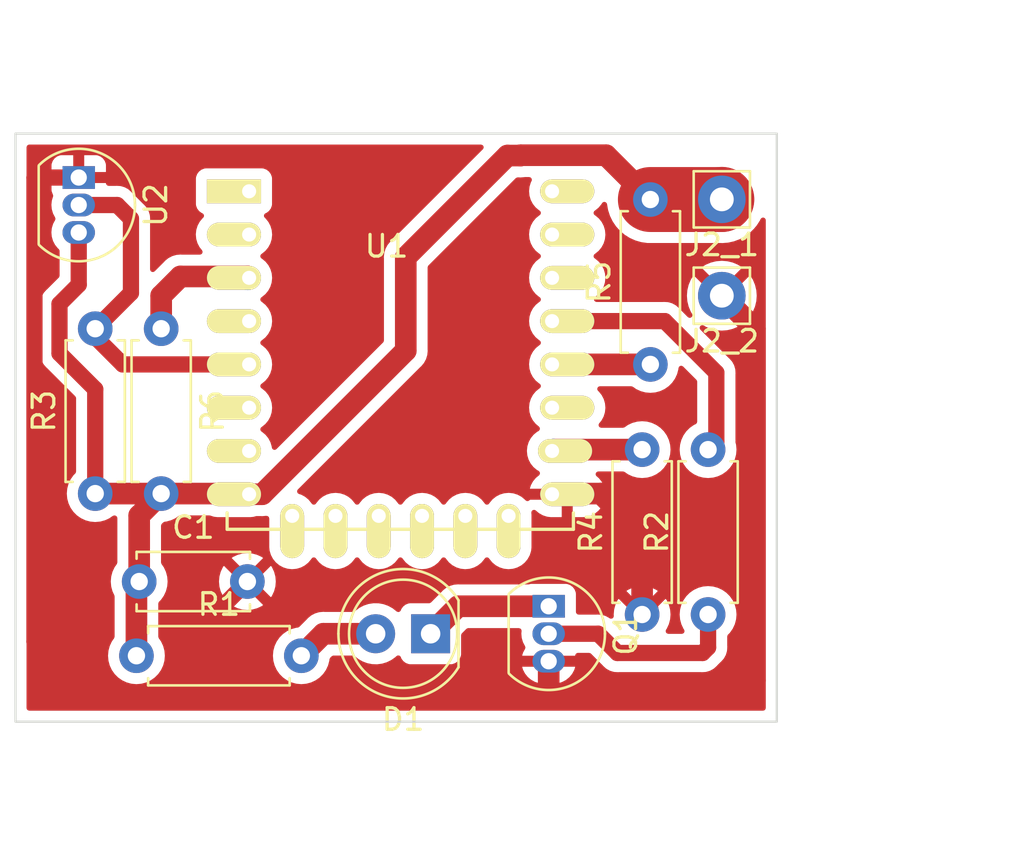
<source format=kicad_pcb>
(kicad_pcb (version 20211014) (generator pcbnew)
  (layers (0 "F.Cu" signal) (31 "B.Cu" signal) (34 "B.Paste" user) (35 "F.Paste" user) (36 "B.SilkS" user "B.Silkscreen") (37 "F.SilkS" user "F.Silkscreen") (38 "B.Mask" user) (39 "F.Mask" user) (44 "Edge.Cuts" user))
  (net 0 "")
  (net 1 "GNDREF")
  (net 2 "Net-(D1-Pad1)")
  (net 3 "Net-(D1-Pad2)")
  (net 4 "Net-(Q1-Pad2)")
  (net 5 "Net-(R2-Pad2)")
  (net 6 "Net-(R3-Pad2)")
  (net 15 "+3.3V")
  (net 16 "Net-(R4-Pad2)")
  (net 17 "Net-(R5-Pad1)")
  (net 18 "Net-(R6-Pad1)")
  (footprint "Resistor_THT:R_Axial_DIN0207_L6.3mm_D2.5mm_P7.62mm_Horizontal" (layer "F.Cu") (at 51.2318 36.132 90)
    (fp_text reference "R5" (at 3.81 -2.37 90) (layer "F.SilkS"))
    (fp_text value "10k")
    (fp_line (start 7.08 -1.37) (end 7.08 -1.04) (layer "F.SilkS") (width 0.12))
    (fp_line (start 0.54 1.37) (end 7.08 1.37) (layer "F.SilkS") (width 0.12))
    (fp_line (start 0.54 -1.37) (end 7.08 -1.37) (layer "F.SilkS") (width 0.12))
    (fp_line (start 0.54 1.04) (end 0.54 1.37) (layer "F.SilkS") (width 0.12))
    (fp_line (start 0.54 -1.04) (end 0.54 -1.37) (layer "F.SilkS") (width 0.12))
    (fp_line (start 7.08 1.37) (end 7.08 1.04) (layer "F.SilkS") (width 0.12))
    (pad "1" thru_hole circle (at 0 0 90) (size 1.6 1.6) (drill 0.8) (layers *.Cu *.Mask) (net 17 "Net-(R5-Pad1)"))
    (pad "2" thru_hole oval (at 7.62 0 90) (size 1.6 1.6) (drill 0.8) (layers *.Cu *.Mask) (net 15 "+3.3V"))
  )
  (footprint "Resistor_THT:R_Axial_DIN0207_L6.3mm_D2.5mm_P7.62mm_Horizontal" (layer "F.Cu") (at 28.6258 34.481 -90)
    (fp_text reference "R6" (at 3.81 -2.37 90) (layer "F.SilkS"))
    (fp_text value "10k")
    (fp_line (start 7.08 1.37) (end 7.08 1.04) (layer "F.SilkS") (width 0.12))
    (fp_line (start 0.54 1.04) (end 0.54 1.37) (layer "F.SilkS") (width 0.12))
    (fp_line (start 0.54 -1.04) (end 0.54 -1.37) (layer "F.SilkS") (width 0.12))
    (fp_line (start 7.08 -1.37) (end 7.08 -1.04) (layer "F.SilkS") (width 0.12))
    (fp_line (start 0.54 -1.37) (end 7.08 -1.37) (layer "F.SilkS") (width 0.12))
    (fp_line (start 0.54 1.37) (end 7.08 1.37) (layer "F.SilkS") (width 0.12))
    (pad "1" thru_hole circle (at 0 0 270) (size 1.6 1.6) (drill 0.8) (layers *.Cu *.Mask) (net 18 "Net-(R6-Pad1)"))
    (pad "2" thru_hole oval (at 7.62 0 270) (size 1.6 1.6) (drill 0.8) (layers *.Cu *.Mask) (net 15 "+3.3V"))
  )
  (footprint "Package_TO_SOT_THT:TO-92_Inline" (layer "F.Cu") (at 46.5328 47.308 -90)
    (fp_text reference "Q1" (at 1.27 -3.56 90) (layer "F.SilkS"))
    (fp_text value "BC548")
    (fp_line (start -0.53 1.85) (end 3.07 1.85) (layer "F.SilkS") (width 0.12))
    (fp_arc (start -0.568478 1.838478) (mid -1.132087 -0.994977) (end 1.27 -2.6) (layer "F.SilkS") (width 0.12))
    (fp_arc (start 1.27 -2.6) (mid 3.672087 -0.994977) (end 3.108478 1.838478) (layer "F.SilkS") (width 0.12))
    (pad "1" thru_hole rect (at 0 0 270) (size 1.05 1.5) (drill 0.75) (layers *.Cu *.Mask) (net 2 "Net-(D1-Pad1)"))
    (pad "2" thru_hole oval (at 1.27 0 270) (size 1.05 1.5) (drill 0.75) (layers *.Cu *.Mask) (net 4 "Net-(Q1-Pad2)"))
    (pad "3" thru_hole oval (at 2.54 0 270) (size 1.05 1.5) (drill 0.75) (layers *.Cu *.Mask) (net 1 "GNDREF"))
  )
  (footprint "Resistor_THT:R_Axial_DIN0207_L6.3mm_D2.5mm_P7.62mm_Horizontal" (layer "F.Cu") (at 27.4828 49.594)
    (fp_text reference "R1" (at 3.81 -2.37) (layer "F.SilkS"))
    (fp_text value "330")
    (fp_line (start 7.08 -1.37) (end 7.08 -1.04) (layer "F.SilkS") (width 0.12))
    (fp_line (start 0.54 -1.04) (end 0.54 -1.37) (layer "F.SilkS") (width 0.12))
    (fp_line (start 0.54 -1.37) (end 7.08 -1.37) (layer "F.SilkS") (width 0.12))
    (fp_line (start 0.54 1.37) (end 7.08 1.37) (layer "F.SilkS") (width 0.12))
    (fp_line (start 7.08 1.37) (end 7.08 1.04) (layer "F.SilkS") (width 0.12))
    (fp_line (start 0.54 1.04) (end 0.54 1.37) (layer "F.SilkS") (width 0.12))
    (pad "1" thru_hole circle (at 0 0) (size 1.6 1.6) (drill 0.8) (layers *.Cu *.Mask) (net 15 "+3.3V"))
    (pad "2" thru_hole oval (at 7.62 0) (size 1.6 1.6) (drill 0.8) (layers *.Cu *.Mask) (net 3 "Net-(D1-Pad2)"))
  )
  (footprint "Resistor_THT:R_Axial_DIN0207_L6.3mm_D2.5mm_P7.62mm_Horizontal" (layer "F.Cu") (at 50.8508 47.689 90)
    (fp_text reference "R4" (at 3.81 -2.37 90) (layer "F.SilkS"))
    (fp_text value "10k")
    (fp_line (start 0.54 -1.37) (end 7.08 -1.37) (layer "F.SilkS") (width 0.12))
    (fp_line (start 0.54 1.04) (end 0.54 1.37) (layer "F.SilkS") (width 0.12))
    (fp_line (start 7.08 1.37) (end 7.08 1.04) (layer "F.SilkS") (width 0.12))
    (fp_line (start 0.54 1.37) (end 7.08 1.37) (layer "F.SilkS") (width 0.12))
    (fp_line (start 7.08 -1.37) (end 7.08 -1.04) (layer "F.SilkS") (width 0.12))
    (fp_line (start 0.54 -1.04) (end 0.54 -1.37) (layer "F.SilkS") (width 0.12))
    (pad "1" thru_hole circle (at 0 0 90) (size 1.6 1.6) (drill 0.8) (layers *.Cu *.Mask) (net 1 "GNDREF"))
    (pad "2" thru_hole oval (at 7.62 0 90) (size 1.6 1.6) (drill 0.8) (layers *.Cu *.Mask) (net 16 "Net-(R4-Pad2)"))
  )
  (footprint "Connector_Pin:Pin_D1.1mm_L8.5mm_W2.5mm_FlatFork" (layer "F.Cu") (at 54.5338 28.504127)
    (fp_text reference "J2_1" (at 0 2.1) (layer "F.SilkS"))
    (fp_text value "3.3V")
    (fp_line (start -1.3 -1.3) (end 1.3 -1.3) (layer "F.SilkS") (width 0.12))
    (fp_line (start 1.3 -1.3) (end 1.3 1.3) (layer "F.SilkS") (width 0.12))
    (fp_line (start -1.3 1.3) (end -1.3 -1.3) (layer "F.SilkS") (width 0.12))
    (fp_line (start -1.3 1.3) (end 1.3 1.3) (layer "F.SilkS") (width 0.12))
    (pad "1" thru_hole circle (at 0 0) (size 2.2 2.2) (drill 1.1) (layers *.Cu *.Mask) (net 15 "+3.3V"))
  )
  (footprint "Resistor_THT:R_Axial_DIN0207_L6.3mm_D2.5mm_P7.62mm_Horizontal" (layer "F.Cu") (at 25.5778 42.101 90)
    (fp_text reference "R3" (at 3.81 -2.37 90) (layer "F.SilkS"))
    (fp_text value "4k7")
    (fp_line (start 0.54 -1.04) (end 0.54 -1.37) (layer "F.SilkS") (width 0.12))
    (fp_line (start 0.54 1.37) (end 7.08 1.37) (layer "F.SilkS") (width 0.12))
    (fp_line (start 7.08 1.37) (end 7.08 1.04) (layer "F.SilkS") (width 0.12))
    (fp_line (start 7.08 -1.37) (end 7.08 -1.04) (layer "F.SilkS") (width 0.12))
    (fp_line (start 0.54 1.04) (end 0.54 1.37) (layer "F.SilkS") (width 0.12))
    (fp_line (start 0.54 -1.37) (end 7.08 -1.37) (layer "F.SilkS") (width 0.12))
    (pad "1" thru_hole circle (at 0 0 90) (size 1.6 1.6) (drill 0.8) (layers *.Cu *.Mask) (net 15 "+3.3V"))
    (pad "2" thru_hole oval (at 7.62 0 90) (size 1.6 1.6) (drill 0.8) (layers *.Cu *.Mask) (net 6 "Net-(R3-Pad2)"))
  )
  (footprint "Connector_Pin:Pin_D1.1mm_L8.5mm_W2.5mm_FlatFork" (layer "F.Cu") (at 54.5338 32.957)
    (fp_text reference "J2_2" (at 0 2.1) (layer "F.SilkS"))
    (fp_text value "0V")
    (fp_line (start 1.3 -1.3) (end 1.3 1.3) (layer "F.SilkS") (width 0.12))
    (fp_line (start -1.3 1.3) (end -1.3 -1.3) (layer "F.SilkS") (width 0.12))
    (fp_line (start -1.3 1.3) (end 1.3 1.3) (layer "F.SilkS") (width 0.12))
    (fp_line (start -1.3 -1.3) (end 1.3 -1.3) (layer "F.SilkS") (width 0.12))
    (pad "1" thru_hole circle (at 0 0) (size 2.2 2.2) (drill 1.1) (layers *.Cu *.Mask) (net 1 "GNDREF"))
  )
  (footprint "Capacitor_THT:C_Disc_D5.0mm_W2.5mm_P5.00mm" (layer "F.Cu") (at 27.6098 46.165)
    (fp_text reference "C1" (at 2.5 -2.5) (layer "F.SilkS"))
    (fp_text value "100n")
    (fp_line (start -0.12 1.055) (end -0.12 1.37) (layer "F.SilkS") (width 0.12))
    (fp_line (start 5.12 1.055) (end 5.12 1.37) (layer "F.SilkS") (width 0.12))
    (fp_line (start 5.12 -1.37) (end 5.12 -1.055) (layer "F.SilkS") (width 0.12))
    (fp_line (start -0.12 1.37) (end 5.12 1.37) (layer "F.SilkS") (width 0.12))
    (fp_line (start -0.12 -1.37) (end -0.12 -1.055) (layer "F.SilkS") (width 0.12))
    (fp_line (start -0.12 -1.37) (end 5.12 -1.37) (layer "F.SilkS") (width 0.12))
    (pad "1" thru_hole circle (at 0 0) (size 1.6 1.6) (drill 0.8) (layers *.Cu *.Mask) (net 15 "+3.3V"))
    (pad "2" thru_hole circle (at 5 0) (size 1.6 1.6) (drill 0.8) (layers *.Cu *.Mask) (net 1 "GNDREF"))
  )
  (footprint "ESP8266:ESP-12E" (layer "F.Cu") (at 32.6898 28.131)
    (fp_text reference "U1" (at 6.35 2.54) (layer "F.SilkS"))
    (fp_text value "ESP-12F" hide)
    (fp_line (start -1.016 14.859) (end -1.016 15.621) (layer "F.SilkS") (width 0.1524))
    (fp_line (start 14.986 15.621) (end 14.986 14.859) (layer "F.SilkS") (width 0.1524))
    (fp_line (start -1.016 15.621) (end 14.986 15.621) (layer "F.SilkS") (width 0.1524))
    (pad "1" thru_hole rect locked (at 0 0) (size 2.5 1.1) (drill 0.65 (offset -0.7 0)) (layers *.Cu *.Mask "F.SilkS"))
    (pad "2" thru_hole oval locked (at 0 2) (size 2.5 1.1) (drill 0.65 (offset -0.7 0)) (layers *.Cu *.Mask "F.SilkS"))
    (pad "3" thru_hole oval locked (at 0 4) (size 2.5 1.1) (drill 0.65 (offset -0.7 0)) (layers *.Cu *.Mask "F.SilkS") (net 18 "Net-(R6-Pad1)"))
    (pad "4" thru_hole oval locked (at 0 6) (size 2.5 1.1) (drill 0.65 (offset -0.7 0)) (layers *.Cu *.Mask "F.SilkS"))
    (pad "5" thru_hole oval locked (at 0 8) (size 2.5 1.1) (drill 0.65 (offset -0.7 0)) (layers *.Cu *.Mask "F.SilkS") (net 6 "Net-(R3-Pad2)"))
    (pad "6" thru_hole oval locked (at 0 10) (size 2.5 1.1) (drill 0.65 (offset -0.7 0)) (layers *.Cu *.Mask "F.SilkS"))
    (pad "7" thru_hole oval locked (at 0 12) (size 2.5 1.1) (drill 0.65 (offset -0.7 0)) (layers *.Cu *.Mask "F.SilkS"))
    (pad "8" thru_hole oval locked (at 0 14) (size 2.5 1.1) (drill 0.65 (offset -0.7 0)) (layers *.Cu *.Mask "F.SilkS") (net 15 "+3.3V"))
    (pad "9" thru_hole oval locked (at 14 14) (size 2.5 1.1) (drill 0.65 (offset 0.7 0)) (layers *.Cu *.Mask "F.SilkS") (net 1 "GNDREF"))
    (pad "10" thru_hole oval locked (at 14 12) (size 2.5 1.1) (drill 0.65 (offset 0.6 0)) (layers *.Cu *.Mask "F.SilkS") (net 16 "Net-(R4-Pad2)"))
    (pad "11" thru_hole oval locked (at 14 10) (size 2.5 1.1) (drill 0.65 (offset 0.7 0)) (layers *.Cu *.Mask "F.SilkS"))
    (pad "12" thru_hole oval locked (at 14 8) (size 2.5 1.1) (drill 0.65 (offset 0.7 0)) (layers *.Cu *.Mask "F.SilkS") (net 17 "Net-(R5-Pad1)"))
    (pad "13" thru_hole oval locked (at 14 6) (size 2.5 1.1) (drill 0.65 (offset 0.7 0)) (layers *.Cu *.Mask "F.SilkS") (net 5 "Net-(R2-Pad2)"))
    (pad "14" thru_hole oval locked (at 14 4) (size 2.5 1.1) (drill 0.65 (offset 0.7 0)) (layers *.Cu *.Mask "F.SilkS"))
    (pad "15" thru_hole oval locked (at 14 2) (size 2.5 1.1) (drill 0.65 (offset 0.7 0)) (layers *.Cu *.Mask "F.SilkS"))
    (pad "16" thru_hole oval locked (at 14 0) (size 2.5 1.1) (drill 0.65 (offset 0.7 0)) (layers *.Cu *.Mask "F.SilkS"))
    (pad "17" thru_hole oval locked (at 1.99 15 90) (size 2.5 1.1) (drill 0.65 (offset -0.7 0)) (layers *.Cu *.Mask "F.SilkS"))
    (pad "18" thru_hole oval locked (at 3.99 15 90) (size 2.5 1.1) (drill 0.65 (offset -0.7 0)) (layers *.Cu *.Mask "F.SilkS"))
    (pad "19" thru_hole oval locked (at 5.99 15 90) (size 2.5 1.1) (drill 0.65 (offset -0.7 0)) (layers *.Cu *.Mask "F.SilkS"))
    (pad "20" thru_hole oval locked (at 7.99 15 90) (size 2.5 1.1) (drill 0.65 (offset -0.7 0)) (layers *.Cu *.Mask "F.SilkS"))
    (pad "21" thru_hole oval locked (at 9.99 15 90) (size 2.5 1.1) (drill 0.65 (offset -0.7 0)) (layers *.Cu *.Mask "F.SilkS"))
    (pad "22" thru_hole oval locked (at 11.99 15 90) (size 2.5 1.1) (drill 0.65 (offset -0.7 0)) (layers *.Cu *.Mask "F.SilkS"))
  )
  (footprint "Package_TO_SOT_THT:TO-92_Inline" (layer "F.Cu") (at 24.8158 27.496 -90)
    (fp_text reference "U2" (at 1.27 -3.56 90) (layer "F.SilkS"))
    (fp_text value "DS18B20")
    (fp_line (start -0.53 1.85) (end 3.07 1.85) (layer "F.SilkS") (width 0.12))
    (fp_arc (start 1.27 -2.6) (mid 3.672087 -0.994977) (end 3.108478 1.838478) (layer "F.SilkS") (width 0.12))
    (fp_arc (start -0.568478 1.838478) (mid -1.132087 -0.994977) (end 1.27 -2.6) (layer "F.SilkS") (width 0.12))
    (pad "1" thru_hole rect (at 0 0 270) (size 1.05 1.5) (drill 0.75) (layers *.Cu *.Mask) (net 1 "GNDREF"))
    (pad "2" thru_hole oval (at 1.27 0 270) (size 1.05 1.5) (drill 0.75) (layers *.Cu *.Mask) (net 6 "Net-(R3-Pad2)"))
    (pad "3" thru_hole oval (at 2.54 0 270) (size 1.05 1.5) (drill 0.75) (layers *.Cu *.Mask) (net 15 "+3.3V"))
  )
  (footprint "LED_THT:LED_D5.0mm" (layer "F.Cu") (at 41.0768 48.578 180)
    (fp_text reference "D1" (at 1.27 -3.96) (layer "F.SilkS"))
    (fp_text value "Ir")
    (fp_line (start -1.29 -1.545) (end -1.29 1.545) (layer "F.SilkS") (width 0.12))
    (fp_arc (start 4.26 -0.000462) (mid 2.072002 2.880433) (end -1.29 1.54483) (layer "F.SilkS") (width 0.12))
    (fp_arc (start -1.29 -1.54483) (mid 2.072002 -2.880433) (end 4.26 0.000462) (layer "F.SilkS") (width 0.12))
    (fp_circle (center 1.27 0) (end 3.77 0) (layer "F.SilkS") (width 0.12) (fill none))
    (pad "1" thru_hole rect (at 0 0 180) (size 1.8 1.8) (drill 0.9) (layers *.Cu *.Mask) (net 2 "Net-(D1-Pad1)"))
    (pad "2" thru_hole circle (at 2.54 0 180) (size 1.8 1.8) (drill 0.9) (layers *.Cu *.Mask) (net 3 "Net-(D1-Pad2)"))
  )
  (footprint "Resistor_THT:R_Axial_DIN0207_L6.3mm_D2.5mm_P7.62mm_Horizontal" (layer "F.Cu") (at 53.8988 47.689 90)
    (fp_text reference "R2" (at 3.81 -2.37 90) (layer "F.SilkS"))
    (fp_text value "1k")
    (fp_line (start 0.54 -1.04) (end 0.54 -1.37) (layer "F.SilkS") (width 0.12))
    (fp_line (start 7.08 -1.37) (end 7.08 -1.04) (layer "F.SilkS") (width 0.12))
    (fp_line (start 0.54 -1.37) (end 7.08 -1.37) (layer "F.SilkS") (width 0.12))
    (fp_line (start 7.08 1.37) (end 7.08 1.04) (layer "F.SilkS") (width 0.12))
    (fp_line (start 0.54 1.04) (end 0.54 1.37) (layer "F.SilkS") (width 0.12))
    (fp_line (start 0.54 1.37) (end 7.08 1.37) (layer "F.SilkS") (width 0.12))
    (pad "1" thru_hole circle (at 0 0 90) (size 1.6 1.6) (drill 0.8) (layers *.Cu *.Mask) (net 4 "Net-(Q1-Pad2)"))
    (pad "2" thru_hole oval (at 7.62 0 90) (size 1.6 1.6) (drill 0.8) (layers *.Cu *.Mask) (net 5 "Net-(R2-Pad2)"))
  )
  (gr_rect (start 21.8948 25.464) (end 57.0738 52.642) (layer "Edge.Cuts") (width 0.1) (fill none))
  (segment (start 55.2958 42.99) (end 52.6288 42.99) (width 1) (layer "F.Cu") (net 1))
  (segment (start 52.6288 42.99) (end 51.2318 44.387) (width 1) (layer "F.Cu") (net 1))
  (segment (start 50.8508 44.768) (end 51.2318 44.387) (width 1) (layer "F.Cu") (net 1))
  (segment (start 31.6878 51.386) (end 46.5328 51.386) (width 0.75) (layer "F.Cu") (net 1))
  (segment (start 46.5328 49.848) (end 46.5328 51.499) (width 1) (layer "F.Cu") (net 1))
  (segment (start 25.2108 51.386) (end 31.6878 51.386) (width 0.75) (layer "F.Cu") (net 1))
  (segment (start 46.5328 51.499) (end 55.2958 51.499) (width 1) (layer "F.Cu") (net 1))
  (segment (start 56.0578 34.481) (end 56.0578 50.737) (width 1) (layer "F.Cu") (net 1))
  (segment (start 31.1658 50.864) (end 31.6878 51.386) (width 0.75) (layer "F.Cu") (net 1))
  (segment (start 50.8508 47.689) (end 50.8508 44.768) (width 1) (layer "F.Cu") (net 1))
  (segment (start 24.8158 27.496) (end 22.7698 27.496) (width 0.75) (layer "F.Cu") (net 1))
  (segment (start 55.6768 42.99) (end 54.2798 42.99) (width 1) (layer "F.Cu") (net 1))
  (segment (start 48.9458 42.101) (end 51.2318 44.387) (width 1) (layer "F.Cu") (net 1))
  (segment (start 22.7698 27.496) (end 22.7698 48.945) (width 0.75) (layer "F.Cu") (net 1))
  (segment (start 54.5338 32.957) (end 56.0578 34.481) (width 1) (layer "F.Cu") (net 1))
  (segment (start 46.7198 42.101) (end 48.9458 42.101) (width 1) (layer "F.Cu") (net 1))
  (segment (start 32.6098 46.165) (end 31.1658 47.609) (width 0.75) (layer "F.Cu") (net 1))
  (segment (start 56.0578 50.737) (end 55.2958 51.499) (width 1) (layer "F.Cu") (net 1))
  (segment (start 22.7698 48.945) (end 25.2108 51.386) (width 0.75) (layer "F.Cu") (net 1))
  (segment (start 51.1048 47.435) (end 50.8508 47.689) (width 1) (layer "F.Cu") (net 1))
  (segment (start 31.1658 47.609) (end 31.1658 50.864) (width 0.75) (layer "F.Cu") (net 1))
  (segment (start 46.6898 42.131) (end 46.7198 42.101) (width 1) (layer "B.Cu") (net 1))
  (segment (start 46.5328 47.308) (end 42.3468 47.308) (width 1) (layer "F.Cu") (net 2))
  (segment (start 42.3468 47.308) (end 41.0768 48.578) (width 1) (layer "F.Cu") (net 2))
  (segment (start 38.5368 48.578) (end 36.1188 48.578) (width 1) (layer "F.Cu") (net 3))
  (segment (start 36.1188 48.578) (end 35.1028 49.594) (width 1) (layer "F.Cu") (net 3))
  (segment (start 49.7078 49.467) (end 48.8188 48.578) (width 0.75) (layer "F.Cu") (net 4))
  (segment (start 53.8988 47.689) (end 53.8988 49.213) (width 0.75) (layer "F.Cu") (net 4))
  (segment (start 53.6448 49.467) (end 49.7078 49.467) (width 0.75) (layer "F.Cu") (net 4))
  (segment (start 53.8988 49.213) (end 53.6448 49.467) (width 0.75) (layer "F.Cu") (net 4))
  (segment (start 48.8188 48.578) (end 46.5328 48.578) (width 0.75) (layer "F.Cu") (net 4))
  (segment (start 53.8988 40.069) (end 54.2798 39.688) (width 0.75) (layer "F.Cu") (net 5))
  (segment (start 46.7208 34.1) (end 46.6898 34.131) (width 1) (layer "F.Cu") (net 5))
  (segment (start 54.2798 36.513) (end 51.8978 34.131) (width 0.75) (layer "F.Cu") (net 5))
  (segment (start 54.2798 39.688) (end 54.2798 36.513) (width 0.75) (layer "F.Cu") (net 5))
  (segment (start 51.8978 34.131) (end 46.6898 34.131) (width 0.75) (layer "F.Cu") (net 5))
  (segment (start 32.6898 36.131) (end 30.0238 36.131) (width 0.75) (layer "F.Cu") (net 6))
  (segment (start 26.5938 28.766) (end 24.8158 28.766) (width 0.75) (layer "F.Cu") (net 6))
  (segment (start 25.5778 34.481) (end 27.2288 32.83) (width 0.75) (layer "F.Cu") (net 6))
  (segment (start 27.2288 29.401) (end 26.5938 28.766) (width 0.75) (layer "F.Cu") (net 6))
  (segment (start 25.5778 34.862) (end 25.5778 34.481) (width 0.75) (layer "F.Cu") (net 6))
  (segment (start 30.0228 36.132) (end 26.8478 36.132) (width 0.75) (layer "F.Cu") (net 6))
  (segment (start 30.0238 36.131) (end 30.0228 36.132) (width 0.75) (layer "F.Cu") (net 6))
  (segment (start 26.8478 36.132) (end 25.5778 34.862) (width 0.75) (layer "F.Cu") (net 6))
  (segment (start 27.2288 32.83) (end 27.2288 29.401) (width 0.75) (layer "F.Cu") (net 6))
  (segment (start 32.6888 36.132) (end 32.6898 36.131) (width 1) (layer "B.Cu") (net 6))
  (segment (start 32.6898 36.131) (end 31.875586 36.131) (width 0.5) (layer "B.Cu") (net 6))
  (segment (start 45.2308 26.48) (end 44.6278 26.48) (width 1) (layer "F.Cu") (net 15))
  (segment (start 24.8158 32.449) (end 23.9268 33.338) (width 0.75) (layer "F.Cu") (net 15))
  (segment (start 25.5778 42.101) (end 28.6258 42.101) (width 1) (layer "F.Cu") (net 15))
  (segment (start 27.4828 49.594) (end 27.4828 46.292) (width 1) (layer "F.Cu") (net 15))
  (segment (start 45.2468 26.464) (end 45.2308 26.48) (width 1) (layer "F.Cu") (net 15))
  (segment (start 25.5778 37.275) (end 25.5778 42.101) (width 0.75) (layer "F.Cu") (net 15))
  (segment (start 27.6098 46.165) (end 27.6098 43.117) (width 1) (layer "F.Cu") (net 15))
  (segment (start 49.1838 26.464) (end 45.2468 26.464) (width 1) (layer "F.Cu") (net 15))
  (segment (start 24.8158 30.036) (end 24.8158 32.449) (width 0.75) (layer "F.Cu") (net 15))
  (segment (start 33.2948 42.131) (end 32.6898 42.131) (width 1) (layer "F.Cu") (net 15))
  (segment (start 23.9268 35.624) (end 25.5778 37.275) (width 0.75) (layer "F.Cu") (net 15))
  (segment (start 54.525927 28.512) (end 54.5338 28.504127) (width 3) (layer "F.Cu") (net 15))
  (segment (start 28.6258 42.101) (end 32.6598 42.101) (width 1) (layer "F.Cu") (net 15))
  (segment (start 27.6098 43.117) (end 28.6258 42.101) (width 1) (layer "F.Cu") (net 15))
  (segment (start 27.4828 46.292) (end 27.6098 46.165) (width 1) (layer "F.Cu") (net 15))
  (segment (start 32.6598 42.101) (end 32.6898 42.131) (width 1) (layer "F.Cu") (net 15))
  (segment (start 51.2318 28.512) (end 54.525927 28.512) (width 3) (layer "F.Cu") (net 15))
  (segment (start 51.2318 28.512) (end 49.1838 26.464) (width 1) (layer "F.Cu") (net 15))
  (segment (start 39.9288 35.497) (end 33.2948 42.131) (width 1) (layer "F.Cu") (net 15))
  (segment (start 23.9268 33.338) (end 23.9268 35.624) (width 0.75) (layer "F.Cu") (net 15))
  (segment (start 27.6098 49.467) (end 27.4828 49.594) (width 0.75) (layer "F.Cu") (net 15))
  (segment (start 44.6278 26.48) (end 39.9288 31.179) (width 1) (layer "F.Cu") (net 15))
  (segment (start 39.9288 31.179) (end 39.9288 35.497) (width 1) (layer "F.Cu") (net 15))
  (segment (start 50.8508 40.069) (end 46.7518 40.069) (width 1) (layer "F.Cu") (net 16))
  (segment (start 46.7518 40.069) (end 46.6898 40.131) (width 1) (layer "B.Cu") (net 16))
  (segment (start 46.6898 36.131) (end 51.2308 36.131) (width 1) (layer "F.Cu") (net 17))
  (segment (start 51.2308 36.131) (end 51.2318 36.132) (width 1) (layer "F.Cu") (net 17))
  (segment (start 46.6908 36.132) (end 46.6898 36.131) (width 1) (layer "B.Cu") (net 17))
  (segment (start 29.5148 32.068) (end 28.6258 32.957) (width 1) (layer "F.Cu") (net 18))
  (segment (start 32.6268 32.068) (end 29.5148 32.068) (width 1) (layer "F.Cu") (net 18))
  (segment (start 32.6258 32.195) (end 32.6898 32.131) (width 1) (layer "F.Cu") (net 18))
  (segment (start 28.6258 32.957) (end 28.6258 34.481) (width 1) (layer "F.Cu") (net 18))
  (segment (start 32.6898 32.131) (end 32.6268 32.068) (width 1) (layer "F.Cu") (net 18))
  (segment (start 32.6258 32.195) (end 32.6898 32.131) (width 1) (layer "B.Cu") (net 18))
  (zone (net 1) (net_name "GNDREF") (layer "F.Cu") (connect_pads (clearance 0.508)) (min_thickness 0.254) (fill yes (thermal_gap 0.508) (thermal_bridge_width 0.508) (smoothing chamfer) (radius 0.508))
    (polygon (pts (xy 57.0738 25.591) (xy 57.0738 52.642) (xy 21.8948 52.642) (xy 21.8948 25.591)))
  )
)
</source>
